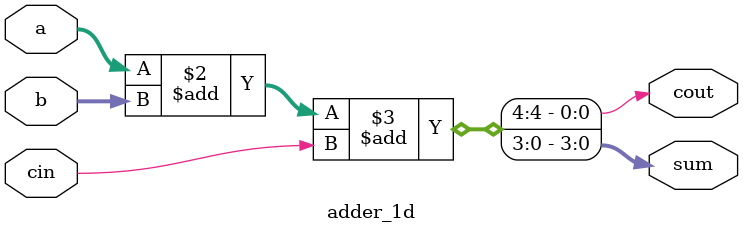
<source format=sv>
module adder_1d (a,b,cin,sum,cout);
input reg [3:0] a,b;
input cin; 
output reg [3:0] sum;
output reg cout;

always_comb
begin
{cout,sum} = a+b+cin;
end
endmodule


</source>
